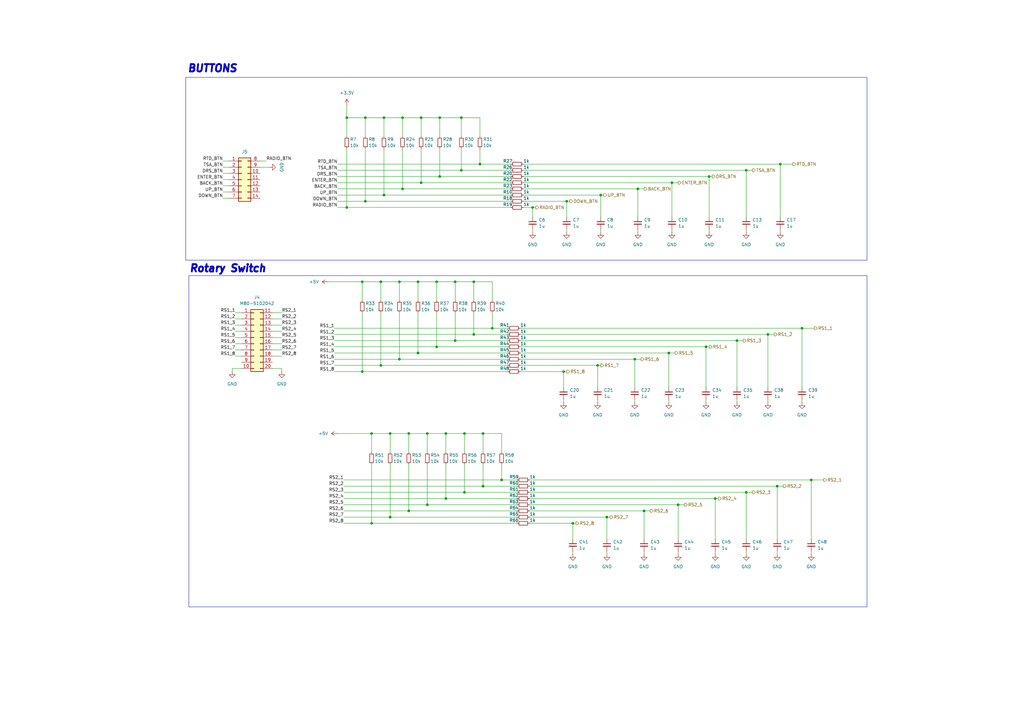
<source format=kicad_sch>
(kicad_sch (version 20250114) (generator "eeschema") (generator_version "9.0")
  (paper "A3")
  (rectangle (start -128.27 -1.27) (end -58.42 102.87))
  (rectangle (start 76.2 31.75) (end 355.6 106.68))
  (rectangle (start 77.47 113.03) (end 355.6 248.92))
  (text "BUTTONS" (at 76.708 28.194 0) (effects (font (size 3 3) (thickness 2) (bold yes) (italic yes)) (justify left)))
  (text "To trash\n" (at -122.936 -3.048 0) (effects (font (size 1.27 1.27))))
  (text "Rotary Switch" (at 77.47 110.236 0) (effects (font (size 3 3) (thickness 2) (bold yes) (italic yes)) (justify left)))
  (junction (at 264.16 209.55))
  (junction (at 205.74 196.85))
  (junction (at 318.77 199.39))
  (junction (at 156.21 115.57))
  (junction (at 289.56 142.24))
  (junction (at -100.33 86.36))
  (junction (at 261.62 77.47))
  (junction (at 171.45 115.57))
  (junction (at 175.26 207.01))
  (junction (at 260.35 147.32))
  (junction (at 142.24 85.09))
  (junction (at 142.24 48.26))
  (junction (at 186.69 115.57))
  (junction (at 194.31 137.16))
  (junction (at 152.4 177.8))
  (junction (at 156.21 149.86))
  (junction (at 180.34 72.39))
  (junction (at 218.44 85.09))
  (junction (at 293.37 204.47))
  (junction (at 179.07 115.57))
  (junction (at 278.13 207.01))
  (junction (at 201.93 134.62))
  (junction (at 314.96 137.16))
  (junction (at 148.59 115.57))
  (junction (at 245.11 149.86))
  (junction (at 194.31 115.57))
  (junction (at 190.5 177.8))
  (junction (at 198.12 177.8))
  (junction (at 163.83 115.57))
  (junction (at 232.41 82.55))
  (junction (at 165.1 48.26))
  (junction (at 182.88 204.47))
  (junction (at 302.26 139.7))
  (junction (at 179.07 142.24))
  (junction (at 198.12 199.39))
  (junction (at 157.48 80.01))
  (junction (at -100.33 45.72))
  (junction (at 171.45 144.78))
  (junction (at 246.38 80.01))
  (junction (at 167.64 177.8))
  (junction (at 189.23 48.26))
  (junction (at -100.33 55.88))
  (junction (at 172.72 48.26))
  (junction (at -100.33 66.04))
  (junction (at -100.33 25.4))
  (junction (at 182.88 177.8))
  (junction (at 328.93 134.62))
  (junction (at 180.34 48.26))
  (junction (at 332.74 196.85))
  (junction (at 196.85 67.31))
  (junction (at 148.59 152.4))
  (junction (at 149.86 48.26))
  (junction (at 290.83 72.39))
  (junction (at 275.59 74.93))
  (junction (at 157.48 48.26))
  (junction (at 306.07 201.93))
  (junction (at 190.5 201.93))
  (junction (at 231.14 152.4))
  (junction (at 172.72 74.93))
  (junction (at -100.33 76.2))
  (junction (at 160.02 177.8))
  (junction (at 306.07 69.85))
  (junction (at 149.86 82.55))
  (junction (at 175.26 177.8))
  (junction (at 163.83 147.32))
  (junction (at 189.23 69.85))
  (junction (at 165.1 77.47))
  (junction (at 167.64 209.55))
  (junction (at 186.69 139.7))
  (junction (at 248.92 212.09))
  (junction (at 320.04 67.31))
  (junction (at 160.02 212.09))
  (junction (at 152.4 214.63))
  (junction (at 274.32 144.78))
  (junction (at -100.33 35.56))
  (junction (at 234.95 214.63))
  (wire (pts (xy 213.36 147.32) (xy 260.35 147.32)))
  (wire (pts (xy 275.59 74.93) (xy 278.13 74.93)))
  (wire (pts (xy 214.63 80.01) (xy 246.38 80.01)))
  (wire (pts (xy 149.86 82.55) (xy 209.55 82.55)))
  (wire (pts (xy 213.36 134.62) (xy 328.93 134.62)))
  (wire (pts (xy 106.68 66.04) (xy 109.22 66.04)))
  (wire (pts (xy 234.95 226.06) (xy 234.95 227.33)))
  (wire (pts (xy 157.48 48.26) (xy 165.1 48.26)))
  (wire (pts (xy 111.76 133.35) (xy 115.57 133.35)))
  (wire (pts (xy 137.16 152.4) (xy 148.59 152.4)))
  (wire (pts (xy 332.74 196.85) (xy 332.74 220.98)))
  (wire (pts (xy 328.93 163.83) (xy 328.93 165.1)))
  (wire (pts (xy 198.12 177.8) (xy 205.74 177.8)))
  (wire (pts (xy 289.56 163.83) (xy 289.56 165.1)))
  (wire (pts (xy 190.5 190.5) (xy 190.5 201.93)))
  (wire (pts (xy 198.12 199.39) (xy 212.09 199.39)))
  (wire (pts (xy 156.21 115.57) (xy 163.83 115.57)))
  (wire (pts (xy 201.93 134.62) (xy 208.28 134.62)))
  (wire (pts (xy 140.97 207.01) (xy 175.26 207.01)))
  (wire (pts (xy 190.5 201.93) (xy 212.09 201.93)))
  (wire (pts (xy 278.13 207.01) (xy 278.13 220.98)))
  (wire (pts (xy 180.34 60.96) (xy 180.34 72.39)))
  (wire (pts (xy 214.63 74.93) (xy 275.59 74.93)))
  (wire (pts (xy 190.5 177.8) (xy 198.12 177.8)))
  (wire (pts (xy 138.43 72.39) (xy 180.34 72.39)))
  (wire (pts (xy 264.16 209.55) (xy 266.7 209.55)))
  (wire (pts (xy 318.77 199.39) (xy 321.31 199.39)))
  (wire (pts (xy 328.93 134.62) (xy 334.01 134.62)))
  (wire (pts (xy 314.96 137.16) (xy 314.96 158.75)))
  (wire (pts (xy 175.26 177.8) (xy 182.88 177.8)))
  (wire (pts (xy 198.12 190.5) (xy 198.12 199.39)))
  (wire (pts (xy 289.56 142.24) (xy 290.83 142.24)))
  (wire (pts (xy 306.07 69.85) (xy 306.07 88.9)))
  (wire (pts (xy 96.52 133.35) (xy 99.06 133.35)))
  (wire (pts (xy 245.11 163.83) (xy 245.11 165.1)))
  (wire (pts (xy 306.07 226.06) (xy 306.07 227.33)))
  (wire (pts (xy 157.48 60.96) (xy 157.48 80.01)))
  (wire (pts (xy 186.69 115.57) (xy 186.69 123.19)))
  (wire (pts (xy 96.52 146.05) (xy 99.06 146.05)))
  (wire (pts (xy 274.32 163.83) (xy 274.32 165.1)))
  (wire (pts (xy 106.68 68.58) (xy 110.49 68.58)))
  (wire (pts (xy 96.52 135.89) (xy 99.06 135.89)))
  (wire (pts (xy 138.43 85.09) (xy 142.24 85.09)))
  (wire (pts (xy 278.13 226.06) (xy 278.13 227.33)))
  (wire (pts (xy 111.76 138.43) (xy 115.57 138.43)))
  (wire (pts (xy 289.56 142.24) (xy 289.56 158.75)))
  (wire (pts (xy 314.96 163.83) (xy 314.96 165.1)))
  (wire (pts (xy 175.26 207.01) (xy 212.09 207.01)))
  (wire (pts (xy -107.95 55.88) (xy -100.33 55.88)))
  (wire (pts (xy 96.52 128.27) (xy 99.06 128.27)))
  (wire (pts (xy 96.52 140.97) (xy 99.06 140.97)))
  (wire (pts (xy 163.83 128.27) (xy 163.83 147.32)))
  (wire (pts (xy 148.59 128.27) (xy 148.59 152.4)))
  (wire (pts (xy -100.33 45.72) (xy -100.33 55.88)))
  (wire (pts (xy 246.38 80.01) (xy 246.38 88.9)))
  (wire (pts (xy 232.41 93.98) (xy 232.41 95.25)))
  (wire (pts (xy 180.34 48.26) (xy 189.23 48.26)))
  (wire (pts (xy 189.23 48.26) (xy 189.23 55.88)))
  (wire (pts (xy 140.97 204.47) (xy 182.88 204.47)))
  (wire (pts (xy -87.63 45.72) (xy -86.36 45.72)))
  (wire (pts (xy 332.74 196.85) (xy 337.82 196.85)))
  (wire (pts (xy 205.74 177.8) (xy 205.74 185.42)))
  (wire (pts (xy 142.24 43.18) (xy 142.24 48.26)))
  (wire (pts (xy 214.63 85.09) (xy 218.44 85.09)))
  (wire (pts (xy 318.77 199.39) (xy 318.77 220.98)))
  (wire (pts (xy 138.43 82.55) (xy 149.86 82.55)))
  (wire (pts (xy 217.17 212.09) (xy 248.92 212.09)))
  (wire (pts (xy 201.93 115.57) (xy 201.93 123.19)))
  (wire (pts (xy -100.33 25.4) (xy -100.33 35.56)))
  (wire (pts (xy 160.02 177.8) (xy 160.02 185.42)))
  (wire (pts (xy 167.64 190.5) (xy 167.64 209.55)))
  (wire (pts (xy 137.16 137.16) (xy 194.31 137.16)))
  (wire (pts (xy -87.63 55.88) (xy -86.36 55.88)))
  (wire (pts (xy 190.5 177.8) (xy 190.5 185.42)))
  (wire (pts (xy 293.37 204.47) (xy 294.64 204.47)))
  (wire (pts (xy 171.45 115.57) (xy 171.45 123.19)))
  (wire (pts (xy -100.33 35.56) (xy -100.33 45.72)))
  (wire (pts (xy 201.93 128.27) (xy 201.93 134.62)))
  (wire (pts (xy 231.14 152.4) (xy 232.41 152.4)))
  (wire (pts (xy 149.86 48.26) (xy 149.86 55.88)))
  (wire (pts (xy 205.74 196.85) (xy 212.09 196.85)))
  (wire (pts (xy 217.17 214.63) (xy 234.95 214.63)))
  (wire (pts (xy -87.63 86.36) (xy -86.36 86.36)))
  (wire (pts (xy -100.33 66.04) (xy -100.33 76.2)))
  (wire (pts (xy 165.1 77.47) (xy 209.55 77.47)))
  (wire (pts (xy 186.69 139.7) (xy 208.28 139.7)))
  (wire (pts (xy -97.79 76.2) (xy -100.33 76.2)))
  (wire (pts (xy 306.07 201.93) (xy 308.61 201.93)))
  (wire (pts (xy 232.41 82.55) (xy 233.68 82.55)))
  (wire (pts (xy 172.72 48.26) (xy 172.72 55.88)))
  (wire (pts (xy 171.45 144.78) (xy 208.28 144.78)))
  (wire (pts (xy 320.04 67.31) (xy 325.12 67.31)))
  (wire (pts (xy 152.4 177.8) (xy 152.4 185.42)))
  (wire (pts (xy 275.59 74.93) (xy 275.59 88.9)))
  (wire (pts (xy 182.88 190.5) (xy 182.88 204.47)))
  (wire (pts (xy 175.26 190.5) (xy 175.26 207.01)))
  (wire (pts (xy 137.16 142.24) (xy 179.07 142.24)))
  (wire (pts (xy 115.57 152.4) (xy 115.57 151.13)))
  (wire (pts (xy 194.31 128.27) (xy 194.31 137.16)))
  (wire (pts (xy 138.43 69.85) (xy 189.23 69.85)))
  (wire (pts (xy 217.17 201.93) (xy 306.07 201.93)))
  (wire (pts (xy 245.11 149.86) (xy 246.38 149.86)))
  (wire (pts (xy 214.63 69.85) (xy 306.07 69.85)))
  (wire (pts (xy 214.63 77.47) (xy 261.62 77.47)))
  (wire (pts (xy 179.07 142.24) (xy 208.28 142.24)))
  (wire (pts (xy 234.95 214.63) (xy 236.22 214.63)))
  (wire (pts (xy 213.36 139.7) (xy 302.26 139.7)))
  (wire (pts (xy -97.79 96.52) (xy -100.33 96.52)))
  (wire (pts (xy 111.76 151.13) (xy 115.57 151.13)))
  (wire (pts (xy 111.76 140.97) (xy 115.57 140.97)))
  (wire (pts (xy 179.07 128.27) (xy 179.07 142.24)))
  (wire (pts (xy 138.43 80.01) (xy 157.48 80.01)))
  (wire (pts (xy 140.97 209.55) (xy 167.64 209.55)))
  (wire (pts (xy 165.1 48.26) (xy 165.1 55.88)))
  (wire (pts (xy 96.52 143.51) (xy 99.06 143.51)))
  (wire (pts (xy -87.63 35.56) (xy -86.36 35.56)))
  (wire (pts (xy 152.4 177.8) (xy 160.02 177.8)))
  (wire (pts (xy 91.44 68.58) (xy 93.98 68.58)))
  (wire (pts (xy 171.45 128.27) (xy 171.45 144.78)))
  (wire (pts (xy 149.86 48.26) (xy 142.24 48.26)))
  (wire (pts (xy 156.21 149.86) (xy 208.28 149.86)))
  (wire (pts (xy 182.88 177.8) (xy 182.88 185.42)))
  (wire (pts (xy 95.25 152.4) (xy 95.25 151.13)))
  (wire (pts (xy 274.32 144.78) (xy 274.32 158.75)))
  (wire (pts (xy 179.07 115.57) (xy 179.07 123.19)))
  (wire (pts (xy 96.52 130.81) (xy 99.06 130.81)))
  (wire (pts (xy 217.17 199.39) (xy 318.77 199.39)))
  (wire (pts (xy 332.74 226.06) (xy 332.74 227.33)))
  (wire (pts (xy 328.93 134.62) (xy 328.93 158.75)))
  (wire (pts (xy 91.44 76.2) (xy 93.98 76.2)))
  (wire (pts (xy -100.33 45.72) (xy -97.79 45.72)))
  (wire (pts (xy 91.44 73.66) (xy 93.98 73.66)))
  (wire (pts (xy 318.77 226.06) (xy 318.77 227.33)))
  (wire (pts (xy 111.76 130.81) (xy 115.57 130.81)))
  (wire (pts (xy 217.17 207.01) (xy 278.13 207.01)))
  (wire (pts (xy 320.04 93.98) (xy 320.04 95.25)))
  (wire (pts (xy 196.85 67.31) (xy 209.55 67.31)))
  (wire (pts (xy -87.63 15.24) (xy -86.36 15.24)))
  (wire (pts (xy 261.62 93.98) (xy 261.62 95.25)))
  (wire (pts (xy 91.44 78.74) (xy 93.98 78.74)))
  (wire (pts (xy 194.31 115.57) (xy 194.31 123.19)))
  (wire (pts (xy 314.96 137.16) (xy 317.5 137.16)))
  (wire (pts (xy 196.85 48.26) (xy 196.85 55.88)))
  (wire (pts (xy -97.79 35.56) (xy -100.33 35.56)))
  (wire (pts (xy 182.88 177.8) (xy 190.5 177.8)))
  (wire (pts (xy 306.07 69.85) (xy 308.61 69.85)))
  (wire (pts (xy 246.38 80.01) (xy 247.65 80.01)))
  (wire (pts (xy 260.35 147.32) (xy 262.89 147.32)))
  (wire (pts (xy 198.12 177.8) (xy 198.12 185.42)))
  (wire (pts (xy 231.14 152.4) (xy 231.14 158.75)))
  (wire (pts (xy 167.64 177.8) (xy 167.64 185.42)))
  (wire (pts (xy 293.37 204.47) (xy 293.37 220.98)))
  (wire (pts (xy 217.17 209.55) (xy 264.16 209.55)))
  (wire (pts (xy 175.26 177.8) (xy 175.26 185.42)))
  (wire (pts (xy 142.24 60.96) (xy 142.24 85.09)))
  (wire (pts (xy 111.76 128.27) (xy 115.57 128.27)))
  (wire (pts (xy 157.48 80.01) (xy 209.55 80.01)))
  (wire (pts (xy 95.25 151.13) (xy 99.06 151.13)))
  (wire (pts (xy 149.86 60.96) (xy 149.86 82.55)))
  (wire (pts (xy 302.26 163.83) (xy 302.26 165.1)))
  (wire (pts (xy 245.11 149.86) (xy 245.11 158.75)))
  (wire (pts (xy 111.76 135.89) (xy 115.57 135.89)))
  (wire (pts (xy -100.33 55.88) (xy -100.33 66.04)))
  (wire (pts (xy 156.21 115.57) (xy 156.21 123.19)))
  (wire (pts (xy 137.16 139.7) (xy 186.69 139.7)))
  (wire (pts (xy 134.62 115.57) (xy 148.59 115.57)))
  (wire (pts (xy 196.85 60.96) (xy 196.85 67.31)))
  (wire (pts (xy 149.86 48.26) (xy 157.48 48.26)))
  (wire (pts (xy 140.97 201.93) (xy 190.5 201.93)))
  (wire (pts (xy 138.43 67.31) (xy 196.85 67.31)))
  (wire (pts (xy -100.33 76.2) (xy -100.33 86.36)))
  (wire (pts (xy 91.44 71.12) (xy 93.98 71.12)))
  (wire (pts (xy 217.17 204.47) (xy 293.37 204.47)))
  (wire (pts (xy 290.83 93.98) (xy 290.83 95.25)))
  (wire (pts (xy 278.13 207.01) (xy 280.67 207.01)))
  (wire (pts (xy 189.23 48.26) (xy 196.85 48.26)))
  (wire (pts (xy 186.69 128.27) (xy 186.69 139.7)))
  (wire (pts (xy 137.16 144.78) (xy 171.45 144.78)))
  (wire (pts (xy 232.41 82.55) (xy 232.41 88.9)))
  (wire (pts (xy 172.72 60.96) (xy 172.72 74.93)))
  (wire (pts (xy 217.17 196.85) (xy 332.74 196.85)))
  (wire (pts (xy 218.44 93.98) (xy 218.44 95.25)))
  (wire (pts (xy 137.16 134.62) (xy 201.93 134.62)))
  (wire (pts (xy 182.88 204.47) (xy 212.09 204.47)))
  (wire (pts (xy 163.83 115.57) (xy 171.45 115.57)))
  (wire (pts (xy 148.59 152.4) (xy 208.28 152.4)))
  (wire (pts (xy 96.52 138.43) (xy 99.06 138.43)))
  (wire (pts (xy 163.83 147.32) (xy 208.28 147.32)))
  (wire (pts (xy 171.45 115.57) (xy 179.07 115.57)))
  (wire (pts (xy 260.35 147.32) (xy 260.35 158.75)))
  (wire (pts (xy -97.79 86.36) (xy -100.33 86.36)))
  (wire (pts (xy 165.1 60.96) (xy 165.1 77.47)))
  (wire (pts (xy 213.36 152.4) (xy 231.14 152.4)))
  (wire (pts (xy 248.92 212.09) (xy 248.92 220.98)))
  (wire (pts (xy 234.95 214.63) (xy 234.95 220.98)))
  (wire (pts (xy -87.63 66.04) (xy -86.36 66.04)))
  (wire (pts (xy -87.63 25.4) (xy -86.36 25.4)))
  (wire (pts (xy 189.23 69.85) (xy 209.55 69.85)))
  (wire (pts (xy 167.64 209.55) (xy 212.09 209.55)))
  (wire (pts (xy 172.72 74.93) (xy 209.55 74.93)))
  (wire (pts (xy -97.79 55.88) (xy -100.33 55.88)))
  (wire (pts (xy -100.33 15.24) (xy -100.33 25.4)))
  (wire (pts (xy 138.43 74.93) (xy 172.72 74.93)))
  (wire (pts (xy 214.63 82.55) (xy 232.41 82.55)))
  (wire (pts (xy -100.33 86.36) (xy -100.33 96.52)))
  (wire (pts (xy 261.62 77.47) (xy 261.62 88.9)))
  (wire (pts (xy 137.16 147.32) (xy 163.83 147.32)))
  (wire (pts (xy 302.26 139.7) (xy 302.26 158.75)))
  (wire (pts (xy 140.97 199.39) (xy 198.12 199.39)))
  (wire (pts (xy 214.63 72.39) (xy 290.83 72.39)))
  (wire (pts (xy 140.97 196.85) (xy 205.74 196.85)))
  (wire (pts (xy 160.02 190.5) (xy 160.02 212.09)))
  (wire (pts (xy 320.04 67.31) (xy 320.04 88.9)))
  (wire (pts (xy 194.31 137.16) (xy 208.28 137.16)))
  (wire (pts (xy 213.36 142.24) (xy 289.56 142.24)))
  (wire (pts (xy 189.23 60.96) (xy 189.23 69.85)))
  (wire (pts (xy 142.24 48.26) (xy 142.24 55.88)))
  (wire (pts (xy 213.36 144.78) (xy 274.32 144.78)))
  (wire (pts (xy -97.79 66.04) (xy -100.33 66.04)))
  (wire (pts (xy 261.62 77.47) (xy 264.16 77.47)))
  (wire (pts (xy 137.16 149.86) (xy 156.21 149.86)))
  (wire (pts (xy -97.79 15.24) (xy -100.33 15.24)))
  (wire (pts (xy 293.37 226.06) (xy 293.37 227.33)))
  (wire (pts (xy 248.92 226.06) (xy 248.92 227.33)))
  (wire (pts (xy 264.16 226.06) (xy 264.16 227.33)))
  (wire (pts (xy 194.31 115.57) (xy 201.93 115.57)))
  (wire (pts (xy 148.59 115.57) (xy 148.59 123.19)))
  (wire (pts (xy 165.1 48.26) (xy 172.72 48.26)))
  (wire (pts (xy -87.63 76.2) (xy -86.36 76.2)))
  (wire (pts (xy 274.32 144.78) (xy 276.86 144.78)))
  (wire (pts (xy 218.44 88.9) (xy 218.44 85.09)))
  (wire (pts (xy 213.36 137.16) (xy 314.96 137.16)))
  (wire (pts (xy 138.43 77.47) (xy 165.1 77.47)))
  (wire (pts (xy 172.72 48.26) (xy 180.34 48.26)))
  (wire (pts (xy 302.26 139.7) (xy 304.8 139.7)))
  (wire (pts (xy 160.02 212.09) (xy 212.09 212.09)))
  (wire (pts (xy 142.24 85.09) (xy 209.55 85.09)))
  (wire (pts (xy 218.44 85.09) (xy 219.71 85.09)))
  (wire (pts (xy 163.83 115.57) (xy 163.83 123.19)))
  (wire (pts (xy 306.07 93.98) (xy 306.07 95.25)))
  (wire (pts (xy 160.02 177.8) (xy 167.64 177.8)))
  (wire (pts (xy -97.79 25.4) (xy -100.33 25.4)))
  (wire (pts (xy 186.69 115.57) (xy 194.31 115.57)))
  (wire (pts (xy 290.83 72.39) (xy 290.83 88.9)))
  (wire (pts (xy 290.83 72.39) (xy 292.1 72.39)))
  (wire (pts (xy 156.21 128.27) (xy 156.21 149.86)))
  (wire (pts (xy 140.97 212.09) (xy 160.02 212.09)))
  (wire (pts (xy 91.44 81.28) (xy 93.98 81.28)))
  (wire (pts (xy 213.36 149.86) (xy 245.11 149.86)))
  (wire (pts (xy 180.34 48.26) (xy 180.34 55.88)))
  (wire (pts (xy 214.63 67.31) (xy 320.04 67.31)))
  (wire (pts (xy 138.43 177.8) (xy 152.4 177.8)))
  (wire (pts (xy 152.4 214.63) (xy 212.09 214.63)))
  (wire (pts (xy 157.48 48.26) (xy 157.48 55.88)))
  (wire (pts (xy 111.76 143.51) (xy 115.57 143.51)))
  (wire (pts (xy 231.14 163.83) (xy 231.14 165.1)))
  (wire (pts (xy 246.38 93.98) (xy 246.38 95.25)))
  (wire (pts (xy 167.64 177.8) (xy 175.26 177.8)))
  (wire (pts (xy 111.76 146.05) (xy 115.57 146.05)))
  (wire (pts (xy 180.34 72.39) (xy 209.55 72.39)))
  (wire (pts (xy 260.35 163.83) (xy 260.35 165.1)))
  (wire (pts (xy 306.07 201.93) (xy 306.07 220.98)))
  (wire (pts (xy -87.63 96.52) (xy -86.36 96.52)))
  (wire (pts (xy 248.92 212.09) (xy 250.19 212.09)))
  (wire (pts (xy 148.59 115.57) (xy 156.21 115.57)))
  (wire (pts (xy 179.07 115.57) (xy 186.69 115.57)))
  (wire (pts (xy 275.59 93.98) (xy 275.59 95.25)))
  (wire (pts (xy 264.16 209.55) (xy 264.16 220.98)))
  (wire (pts (xy 205.74 190.5) (xy 205.74 196.85)))
  (wire (pts (xy 91.44 66.04) (xy 93.98 66.04)))
  (wire (pts (xy 140.97 214.63) (xy 152.4 214.63)))
  (wire (pts (xy 152.4 190.5) (xy 152.4 214.63)))
  (label "RS2_4" (at 140.97 204.47 180))
  (label "RS1_7" (at 96.52 143.51 180))
  (label "TSA_BTN" (at -86.36 25.4 0))
  (label "RS2_3" (at 140.97 201.93 180))
  (label "DOWN_BTN" (at 138.43 82.55 180))
  (label "DRS_BTN" (at 91.44 71.12 180))
  (label "UP_BTN" (at -86.36 76.2 0))
  (label "RS1_2" (at 96.52 130.81 180))
  (label "RADIO_BTN" (at 109.22 66.04 0))
  (label "RS2_2" (at 140.97 199.39 180))
  (label "RS1_1" (at 96.52 128.27 180))
  (label "RS1_3" (at 96.52 133.35 180))
  (label "RS1_8" (at 137.16 152.4 180))
  (label "RTD_BTN" (at 91.44 66.04 180))
  (label "RS2_7" (at 140.97 212.09 180))
  (label "RS2_2" (at 115.57 130.81 0))
  (label "RS2_7" (at 115.57 143.51 0))
  (label "DRS_BTN" (at -86.36 45.72 0))
  (label "DRS_BTN" (at 138.43 72.39 180))
  (label "DOWN_BTN" (at -86.36 86.36 0))
  (label "RS2_3" (at 115.57 133.35 0))
  (label "TSA_BTN" (at 138.43 69.85 180))
  (label "RS2_6" (at 140.97 209.55 180))
  (label "CS_BTN" (at -86.36 35.56 0))
  (label "RTD_BTN" (at -86.36 15.24 0))
  (label "RS1_5" (at 137.16 144.78 180))
  (label "RS2_5" (at 115.57 138.43 0))
  (label "RS1_2" (at 137.16 137.16 180))
  (label "RS2_1" (at 115.57 128.27 0))
  (label "BACK_BTN" (at -86.36 66.04 0))
  (label "RS1_5" (at 96.52 138.43 180))
  (label "RADIO_BTN" (at -86.36 96.52 0))
  (label "RS1_1" (at 137.16 134.62 180))
  (label "RS2_5" (at 140.97 207.01 180))
  (label "UP_BTN" (at 138.43 80.01 180))
  (label "RADIO_BTN" (at 138.43 85.09 180))
  (label "RS1_4" (at 137.16 142.24 180))
  (label "RTD_BTN" (at 138.43 67.31 180))
  (label "RS1_7" (at 137.16 149.86 180))
  (label "RS1_6" (at 96.52 140.97 180))
  (label "RS2_8" (at 140.97 214.63 180))
  (label "RS1_3" (at 137.16 139.7 180))
  (label "ENTER_BTN" (at 91.44 73.66 180))
  (label "RS1_4" (at 96.52 135.89 180))
  (label "RS2_8" (at 115.57 146.05 0))
  (label "UP_BTN" (at 91.44 78.74 180))
  (label "RS2_4" (at 115.57 135.89 0))
  (label "RS1_8" (at 96.52 146.05 180))
  (label "RS1_6" (at 137.16 147.32 180))
  (label "DOWN_BTN" (at 91.44 81.28 180))
  (label "BACK_BTN" (at 138.43 77.47 180))
  (label "ENTER_BTN" (at -86.36 55.88 0))
  (label "ENTER_BTN" (at 138.43 74.93 180))
  (label "TSA_BTN" (at 91.44 68.58 180))
  (label "RS2_1" (at 140.97 196.85 180))
  (label "RS2_6" (at 115.57 140.97 0))
  (label "BACK_BTN" (at 91.44 76.2 180))
  (hierarchical_label "RS1_5" (shape output) (at 276.86 144.78 0))
  (hierarchical_label "RS1_2" (shape output) (at 317.5 137.16 0))
  (hierarchical_label "BACK_BTN" (shape output) (at 264.16 77.47 0))
  (hierarchical_label "RS1_1" (shape output) (at 334.01 134.62 0))
  (hierarchical_label "RS2_2" (shape output) (at 321.31 199.39 0))
  (hierarchical_label "RS2_8" (shape output) (at 236.22 214.63 0))
  (hierarchical_label "RS2_4" (shape output) (at 294.64 204.47 0))
  (hierarchical_label "DOWN_BTN" (shape output) (at 233.68 82.55 0))
  (hierarchical_label "DRS_BTN" (shape output) (at 292.1 72.39 0))
  (hierarchical_label "RS2_7" (shape output) (at 250.19 212.09 0))
  (hierarchical_label "RADIO_BTN" (shape output) (at 219.71 85.09 0))
  (hierarchical_label "RS1_3" (shape output) (at 304.8 139.7 0))
  (hierarchical_label "UP_BTN" (shape output) (at 247.65 80.01 0))
  (hierarchical_label "RTD_BTN" (shape output) (at 325.12 67.31 0))
  (hierarchical_label "RS1_8" (shape output) (at 232.41 152.4 0))
  (hierarchical_label "RS1_7" (shape output) (at 246.38 149.86 0))
  (hierarchical_label "RS1_6" (shape output) (at 262.89 147.32 0))
  (hierarchical_label "RS2_3" (shape output) (at 308.61 201.93 0))
  (hierarchical_label "RS2_6" (shape output) (at 266.7 209.55 0))
  (hierarchical_label "RS1_4" (shape output) (at 290.83 142.24 0))
  (hierarchical_label "ENTER_BTN" (shape output) (at 278.13 74.93 0))
  (hierarchical_label "RS2_1" (shape output) (at 337.82 196.85 0))
  (hierarchical_label "RS2_5" (shape output) (at 280.67 207.01 0))
  (hierarchical_label "TSA_BTN" (shape output) (at 308.61 69.85 0))
  (symbol (lib_id "Device:R_Small") (at 210.82 137.16 270) (unit 1)
    (property "Reference" "R42" (at 207.01 135.89 90))
    (property "Value" "1k" (at 214.63 135.89 90))
    (property "Footprint" "Resistor_SMD:R_0603_1608Metric" (effects (hide yes)))
  )
  (symbol (lib_id "Device:R_Small") (at 210.82 147.32 270) (unit 1)
    (property "Reference" "R46" (at 207.01 146.05 90))
    (property "Value" "1k" (at 214.63 146.05 90))
    (property "Footprint" "Resistor_SMD:R_0603_1608Metric" (effects (hide yes)))
  )
  (symbol (lib_id "Device:R_Small") (at 212.09 74.93 270) (unit 1)
    (property "Reference" "R22" (at 208.28 73.66 90))
    (property "Value" "1k" (at 215.9 73.66 90))
    (property "Footprint" "Resistor_SMD:R_0603_1608Metric" (effects (hide yes)))
  )
  (symbol (lib_id "power:GND") (at 234.95 227.33 0) (unit 1)
    (property "Reference" "#PWR057" (effects (hide yes)))
    (property "Value" "GND" (at 234.95 232.41 0))
    (property "Description" "Power symbol creates a global label with name \"GND\" , ground" (effects (hide yes)))
  )
  (symbol (lib_id "Device:C_Small") (at 261.62 91.44 0) (unit 1)
    (property "Reference" "C9" (at 264.16 90.1763 0) (effects (justify left)))
    (property "Value" "1u" (at 264.16 92.7163 0) (effects (justify left)))
    (property "Footprint" "Capacitor_SMD:C_0603_1608Metric" (effects (hide yes)))
  )
  (symbol (lib_id "Switch:SW_MEC_5G") (at -92.71 66.04 0) (unit 1)
    (property "Reference" "SW6" (at -92.71 58.42 0))
    (property "Value" "BACK" (at -92.71 60.96 0))
    (property "Datasheet" "http://www.apem.com/int/index.php?controller=attachment&id_attachment=488" (effects (hide yes)))
    (property "Description" "MEC 5G single pole normally-open tactile switch" (effects (hide yes)))
  )
  (symbol (lib_id "Device:R_Small") (at 172.72 58.42 0) (mirror y) (unit 1)
    (property "Reference" "R25" (at 173.99 57.15 0) (effects (justify right)))
    (property "Value" "10k" (at 173.99 59.69 0) (effects (justify right)))
    (property "Footprint" "Resistor_SMD:R_0603_1608Metric" (effects (hide yes)))
  )
  (symbol (lib_id "Device:R_Small") (at 149.86 58.42 0) (mirror y) (unit 1)
    (property "Reference" "R8" (at 151.13 57.15 0) (effects (justify right)))
    (property "Value" "10k" (at 151.13 59.69 0) (effects (justify right)))
    (property "Footprint" "Resistor_SMD:R_0603_1608Metric" (effects (hide yes)))
  )
  (symbol (lib_id "Device:R_Small") (at 148.59 125.73 0) (mirror y) (unit 1)
    (property "Reference" "R33" (at 149.86 124.46 0) (effects (justify right)))
    (property "Value" "10k" (at 149.86 127 0) (effects (justify right)))
    (property "Footprint" "Resistor_SMD:R_0603_1608Metric" (effects (hide yes)))
  )
  (symbol (lib_id "Device:R_Small") (at 210.82 149.86 270) (unit 1)
    (property "Reference" "R47" (at 207.01 148.59 90))
    (property "Value" "1k" (at 214.63 148.59 90))
    (property "Footprint" "Resistor_SMD:R_0603_1608Metric" (effects (hide yes)))
  )
  (symbol (lib_id "Device:C_Small") (at 245.11 161.29 0) (unit 1)
    (property "Reference" "C21" (at 247.65 160.0263 0) (effects (justify left)))
    (property "Value" "1u" (at 247.65 162.5663 0) (effects (justify left)))
    (property "Footprint" "Capacitor_SMD:C_0603_1608Metric" (effects (hide yes)))
  )
  (symbol (lib_id "power:GND") (at 314.96 165.1 0) (unit 1)
    (property "Reference" "#PWR053" (effects (hide yes)))
    (property "Value" "GND" (at 314.96 170.18 0))
    (property "Description" "Power symbol creates a global label with name \"GND\" , ground" (effects (hide yes)))
  )
  (symbol (lib_id "Device:R_Small") (at 210.82 142.24 270) (unit 1)
    (property "Reference" "R44" (at 207.01 140.97 90))
    (property "Value" "1k" (at 214.63 140.97 90))
    (property "Footprint" "Resistor_SMD:R_0603_1608Metric" (effects (hide yes)))
  )
  (symbol (lib_id "Harwin:M80-5102042") (at 105.41 139.7 0) (unit 1)
    (property "Reference" "J4" (at 105.41 121.92 0))
    (property "Value" "M80-5102042" (at 105.41 124.46 0))
    (property "Footprint" "Samacsys:M80-51020YY" (effects (hide yes)))
    (property "Datasheet" "https://cdn.harwin.com/pdfs/M80-510.pdf" (effects (hide yes)))
    (property "Description" "HARWIN - M80-5102042 - Wire-To-Board Connector, Dual in Line, Datamate J-Tek M80-5 Series, Through Hole, Plug, 20, 2 mm" (effects (hide yes)))
    (property "Mouser Part Number" "855-M80-5102042" (effects (hide yes)))
    (property "Mouser Price/Stock" "https://www.mouser.co.uk/ProductDetail/Harwin/M80-5102042?qs=7jyBjEprRBhduGYjPo%2FT1A%3D%3D" (effects (hide yes)))
    (property "Manufacturer_Name" "Harwin" (effects (hide yes)))
    (property "Manufacturer_Part_Number" "M80-5102042" (effects (hide yes)))
  )
  (symbol (lib_id "power:+5V") (at 138.43 177.8 90) (unit 1)
    (property "Reference" "#PWR055" (effects (hide yes)))
    (property "Value" "+5V" (at 134.62 177.7999 90) (effects (justify left)))
    (property "Description" "Power symbol creates a global label with name \"+5V\"" (effects (hide yes)))
  )
  (symbol (lib_id "Device:C_Small") (at 328.93 161.29 0) (unit 1)
    (property "Reference" "C39" (at 331.47 160.0263 0) (effects (justify left)))
    (property "Value" "1u" (at 331.47 162.5663 0) (effects (justify left)))
    (property "Footprint" "Capacitor_SMD:C_0603_1608Metric" (effects (hide yes)))
  )
  (symbol (lib_id "Device:C_Small") (at 260.35 161.29 0) (unit 1)
    (property "Reference" "C22" (at 262.89 160.0263 0) (effects (justify left)))
    (property "Value" "1u" (at 262.89 162.5663 0) (effects (justify left)))
    (property "Footprint" "Capacitor_SMD:C_0603_1608Metric" (effects (hide yes)))
  )
  (symbol (lib_id "power:GND") (at 332.74 227.33 0) (unit 1)
    (property "Reference" "#PWR064" (effects (hide yes)))
    (property "Value" "GND" (at 332.74 232.41 0))
    (property "Description" "Power symbol creates a global label with name \"GND\" , ground" (effects (hide yes)))
  )
  (symbol (lib_id "Device:R_Small") (at 163.83 125.73 0) (mirror y) (unit 1)
    (property "Reference" "R35" (at 165.1 124.46 0) (effects (justify right)))
    (property "Value" "10k" (at 165.1 127 0) (effects (justify right)))
    (property "Footprint" "Resistor_SMD:R_0603_1608Metric" (effects (hide yes)))
  )
  (symbol (lib_id "Device:R_Small") (at 201.93 125.73 0) (mirror y) (unit 1)
    (property "Reference" "R40" (at 203.2 124.46 0) (effects (justify right)))
    (property "Value" "10k" (at 203.2 127 0) (effects (justify right)))
    (property "Footprint" "Resistor_SMD:R_0603_1608Metric" (effects (hide yes)))
  )
  (symbol (lib_id "power:GND") (at 306.07 227.33 0) (unit 1)
    (property "Reference" "#PWR062" (effects (hide yes)))
    (property "Value" "GND" (at 306.07 232.41 0))
    (property "Description" "Power symbol creates a global label with name \"GND\" , ground" (effects (hide yes)))
  )
  (symbol (lib_id "Device:R_Small") (at 167.64 187.96 0) (mirror y) (unit 1)
    (property "Reference" "R53" (at 168.91 186.69 0) (effects (justify right)))
    (property "Value" "10k" (at 168.91 189.23 0) (effects (justify right)))
    (property "Footprint" "Resistor_SMD:R_0603_1608Metric" (effects (hide yes)))
  )
  (symbol (lib_id "Device:R_Small") (at 190.5 187.96 0) (mirror y) (unit 1)
    (property "Reference" "R56" (at 191.77 186.69 0) (effects (justify right)))
    (property "Value" "10k" (at 191.77 189.23 0) (effects (justify right)))
    (property "Footprint" "Resistor_SMD:R_0603_1608Metric" (effects (hide yes)))
  )
  (symbol (lib_id "Device:R_Small") (at 194.31 125.73 0) (mirror y) (unit 1)
    (property "Reference" "R39" (at 195.58 124.46 0) (effects (justify right)))
    (property "Value" "10k" (at 195.58 127 0) (effects (justify right)))
    (property "Footprint" "Resistor_SMD:R_0603_1608Metric" (effects (hide yes)))
  )
  (symbol (lib_id "Device:R_Small") (at 210.82 134.62 270) (unit 1)
    (property "Reference" "R41" (at 207.01 133.35 90))
    (property "Value" "1k" (at 214.63 133.35 90))
    (property "Footprint" "Resistor_SMD:R_0603_1608Metric" (effects (hide yes)))
  )
  (symbol (lib_id "Device:R_Small") (at 210.82 139.7 270) (unit 1)
    (property "Reference" "R43" (at 207.01 138.43 90))
    (property "Value" "1k" (at 214.63 138.43 90))
    (property "Footprint" "Resistor_SMD:R_0603_1608Metric" (effects (hide yes)))
  )
  (symbol (lib_id "power:GND") (at 95.25 152.4 0) (unit 1)
    (property "Reference" "#PWR044" (effects (hide yes)))
    (property "Value" "GND" (at 95.25 157.48 0))
    (property "Description" "Power symbol creates a global label with name \"GND\" , ground" (effects (hide yes)))
  )
  (symbol (lib_id "Device:C_Small") (at 314.96 161.29 0) (unit 1)
    (property "Reference" "C38" (at 317.5 160.0263 0) (effects (justify left)))
    (property "Value" "1u" (at 317.5 162.5663 0) (effects (justify left)))
    (property "Footprint" "Capacitor_SMD:C_0603_1608Metric" (effects (hide yes)))
  )
  (symbol (lib_id "Device:C_Small") (at 231.14 161.29 0) (unit 1)
    (property "Reference" "C20" (at 233.68 160.0263 0) (effects (justify left)))
    (property "Value" "1u" (at 233.68 162.5663 0) (effects (justify left)))
    (property "Footprint" "Capacitor_SMD:C_0603_1608Metric" (effects (hide yes)))
  )
  (symbol (lib_id "Device:C_Small") (at 320.04 91.44 0) (unit 1)
    (property "Reference" "C17" (at 322.58 90.1763 0) (effects (justify left)))
    (property "Value" "1u" (at 322.58 92.7163 0) (effects (justify left)))
    (property "Footprint" "Capacitor_SMD:C_0603_1608Metric" (effects (hide yes)))
  )
  (symbol (lib_id "Device:R_Small") (at 212.09 69.85 270) (unit 1)
    (property "Reference" "R26" (at 208.28 68.58 90))
    (property "Value" "1k" (at 215.9 68.58 90))
    (property "Footprint" "Resistor_SMD:R_0603_1608Metric" (effects (hide yes)))
  )
  (symbol (lib_id "Device:C_Small") (at 248.92 223.52 0) (unit 1)
    (property "Reference" "C42" (at 251.46 222.2563 0) (effects (justify left)))
    (property "Value" "1u" (at 251.46 224.7963 0) (effects (justify left)))
    (property "Footprint" "Capacitor_SMD:C_0603_1608Metric" (effects (hide yes)))
  )
  (symbol (lib_id "Device:R_Small") (at 196.85 58.42 0) (mirror y) (unit 1)
    (property "Reference" "R31" (at 198.12 57.15 0) (effects (justify right)))
    (property "Value" "10k" (at 198.12 59.69 0) (effects (justify right)))
    (property "Footprint" "Resistor_SMD:R_0603_1608Metric" (effects (hide yes)))
  )
  (symbol (lib_id "Device:R_Small") (at 214.63 204.47 270) (unit 1)
    (property "Reference" "R62" (at 210.82 203.2 90))
    (property "Value" "1k" (at 218.44 203.2 90))
    (property "Footprint" "Resistor_SMD:R_0603_1608Metric" (effects (hide yes)))
  )
  (symbol (lib_id "power:GND") (at 246.38 95.25 0) (unit 1)
    (property "Reference" "#PWR011" (effects (hide yes)))
    (property "Value" "GND" (at 246.38 100.33 0))
    (property "Description" "Power symbol creates a global label with name \"GND\" , ground" (effects (hide yes)))
  )
  (symbol (lib_id "power:GND") (at 302.26 165.1 0) (unit 1)
    (property "Reference" "#PWR052" (effects (hide yes)))
    (property "Value" "GND" (at 302.26 170.18 0))
    (property "Description" "Power symbol creates a global label with name \"GND\" , ground" (effects (hide yes)))
  )
  (symbol (lib_id "Device:R_Small") (at 214.63 214.63 90) (unit 1)
    (property "Reference" "R66" (at 210.82 213.36 90))
    (property "Value" "1k" (at 218.44 213.36 90))
    (property "Footprint" "Resistor_SMD:R_0603_1608Metric" (effects (hide yes)))
  )
  (symbol (lib_id "Device:R_Small") (at 142.24 58.42 0) (mirror y) (unit 1)
    (property "Reference" "R7" (at 143.51 57.15 0) (effects (justify right)))
    (property "Value" "10k" (at 143.51 59.69 0) (effects (justify right)))
    (property "Footprint" "Resistor_SMD:R_0603_1608Metric" (effects (hide yes)))
  )
  (symbol (lib_id "Device:C_Small") (at 218.44 91.44 0) (unit 1)
    (property "Reference" "C6" (at 220.98 90.1763 0) (effects (justify left)))
    (property "Value" "1u" (at 220.98 92.7163 0) (effects (justify left)))
    (property "Footprint" "Capacitor_SMD:C_0603_1608Metric" (effects (hide yes)))
  )
  (symbol (lib_id "Device:R_Small") (at 205.74 187.96 0) (mirror y) (unit 1)
    (property "Reference" "R58" (at 207.01 186.69 0) (effects (justify right)))
    (property "Value" "10k" (at 207.01 189.23 0) (effects (justify right)))
    (property "Footprint" "Resistor_SMD:R_0603_1608Metric" (effects (hide yes)))
  )
  (symbol (lib_id "power:GND") (at 115.57 152.4 0) (unit 1)
    (property "Reference" "#PWR043" (effects (hide yes)))
    (property "Value" "GND" (at 115.57 157.48 0))
    (property "Description" "Power symbol creates a global label with name \"GND\" , ground" (effects (hide yes)))
  )
  (symbol (lib_id "power:GND") (at 232.41 95.25 0) (unit 1)
    (property "Reference" "#PWR09" (effects (hide yes)))
    (property "Value" "GND" (at 232.41 100.33 0))
    (property "Description" "Power symbol creates a global label with name \"GND\" , ground" (effects (hide yes)))
  )
  (symbol (lib_id "Device:C_Small") (at 234.95 223.52 0) (unit 1)
    (property "Reference" "C41" (at 237.49 222.2563 0) (effects (justify left)))
    (property "Value" "1u" (at 237.49 224.7963 0) (effects (justify left)))
    (property "Footprint" "Capacitor_SMD:C_0603_1608Metric" (effects (hide yes)))
  )
  (symbol (lib_id "power:GND") (at 278.13 227.33 0) (unit 1)
    (property "Reference" "#PWR060" (effects (hide yes)))
    (property "Value" "GND" (at 278.13 232.41 0))
    (property "Description" "Power symbol creates a global label with name \"GND\" , ground" (effects (hide yes)))
  )
  (symbol (lib_id "Switch:SW_MEC_5G") (at -92.71 35.56 0) (unit 1)
    (property "Reference" "SW3" (at -92.71 27.94 0))
    (property "Value" "CS" (at -92.71 30.48 0))
    (property "Datasheet" "http://www.apem.com/int/index.php?controller=attachment&id_attachment=488" (effects (hide yes)))
    (property "Description" "MEC 5G single pole normally-open tactile switch" (effects (hide yes)))
  )
  (symbol (lib_id "Device:R_Small") (at 179.07 125.73 0) (mirror y) (unit 1)
    (property "Reference" "R37" (at 180.34 124.46 0) (effects (justify right)))
    (property "Value" "10k" (at 180.34 127 0) (effects (justify right)))
    (property "Footprint" "Resistor_SMD:R_0603_1608Metric" (effects (hide yes)))
  )
  (symbol (lib_id "Device:R_Small") (at 214.63 209.55 270) (unit 1)
    (property "Reference" "R64" (at 210.82 208.28 90))
    (property "Value" "1k" (at 218.44 208.28 90))
    (property "Footprint" "Resistor_SMD:R_0603_1608Metric" (effects (hide yes)))
  )
  (symbol (lib_id "Device:C_Small") (at 246.38 91.44 0) (unit 1)
    (property "Reference" "C8" (at 248.92 90.1763 0) (effects (justify left)))
    (property "Value" "1u" (at 248.92 92.7163 0) (effects (justify left)))
    (property "Footprint" "Capacitor_SMD:C_0603_1608Metric" (effects (hide yes)))
  )
  (symbol (lib_id "power:GND") (at 264.16 227.33 0) (unit 1)
    (property "Reference" "#PWR059" (effects (hide yes)))
    (property "Value" "GND" (at 264.16 232.41 0))
    (property "Description" "Power symbol creates a global label with name \"GND\" , ground" (effects (hide yes)))
  )
  (symbol (lib_id "power:GND") (at 275.59 95.25 0) (unit 1)
    (property "Reference" "#PWR031" (effects (hide yes)))
    (property "Value" "GND" (at 275.59 100.33 0))
    (property "Description" "Power symbol creates a global label with name \"GND\" , ground" (effects (hide yes)))
  )
  (symbol (lib_id "power:GND") (at 293.37 227.33 0) (unit 1)
    (property "Reference" "#PWR061" (effects (hide yes)))
    (property "Value" "GND" (at 293.37 232.41 0))
    (property "Description" "Power symbol creates a global label with name \"GND\" , ground" (effects (hide yes)))
  )
  (symbol (lib_id "power:+5V") (at 134.62 115.57 90) (unit 1)
    (property "Reference" "#PWR045" (effects (hide yes)))
    (property "Value" "+5V" (at 130.81 115.5699 90) (effects (justify left)))
    (property "Description" "Power symbol creates a global label with name \"+5V\"" (effects (hide yes)))
  )
  (symbol (lib_id "power:GND") (at 320.04 95.25 0) (unit 1)
    (property "Reference" "#PWR041" (effects (hide yes)))
    (property "Value" "GND" (at 320.04 100.33 0))
    (property "Description" "Power symbol creates a global label with name \"GND\" , ground" (effects (hide yes)))
  )
  (symbol (lib_id "Device:R_Small") (at 212.09 77.47 270) (unit 1)
    (property "Reference" "R23" (at 208.28 76.2 90))
    (property "Value" "1k" (at 215.9 76.2 90))
    (property "Footprint" "Resistor_SMD:R_0603_1608Metric" (effects (hide yes)))
  )
  (symbol (lib_id "Device:C_Small") (at 332.74 223.52 0) (unit 1)
    (property "Reference" "C48" (at 335.28 222.2563 0) (effects (justify left)))
    (property "Value" "1u" (at 335.28 224.7963 0) (effects (justify left)))
    (property "Footprint" "Capacitor_SMD:C_0603_1608Metric" (effects (hide yes)))
  )
  (symbol (lib_id "Device:R_Small") (at 157.48 58.42 0) (mirror y) (unit 1)
    (property "Reference" "R9" (at 158.75 57.15 0) (effects (justify right)))
    (property "Value" "10k" (at 158.75 59.69 0) (effects (justify right)))
    (property "Footprint" "Resistor_SMD:R_0603_1608Metric" (effects (hide yes)))
  )
  (symbol (lib_id "Device:R_Small") (at 214.63 201.93 270) (unit 1)
    (property "Reference" "R61" (at 210.82 200.66 90))
    (property "Value" "1k" (at 218.44 200.66 90))
    (property "Footprint" "Resistor_SMD:R_0603_1608Metric" (effects (hide yes)))
  )
  (symbol (lib_id "Device:R_Small") (at 180.34 58.42 0) (mirror y) (unit 1)
    (property "Reference" "R28" (at 181.61 57.15 0) (effects (justify right)))
    (property "Value" "10k" (at 181.61 59.69 0) (effects (justify right)))
    (property "Footprint" "Resistor_SMD:R_0603_1608Metric" (effects (hide yes)))
  )
  (symbol (lib_id "Device:R_Small") (at 212.09 82.55 90) (unit 1)
    (property "Reference" "R18" (at 208.28 81.28 90))
    (property "Value" "1k" (at 215.9 81.28 90))
    (property "Footprint" "Resistor_SMD:R_0603_1608Metric" (effects (hide yes)))
  )
  (symbol (lib_id "Device:C_Small") (at 289.56 161.29 0) (unit 1)
    (property "Reference" "C34" (at 292.1 160.0263 0) (effects (justify left)))
    (property "Value" "1u" (at 292.1 162.5663 0) (effects (justify left)))
    (property "Footprint" "Capacitor_SMD:C_0603_1608Metric" (effects (hide yes)))
  )
  (symbol (lib_id "Device:C_Small") (at 274.32 161.29 0) (unit 1)
    (property "Reference" "C23" (at 276.86 160.0263 0) (effects (justify left)))
    (property "Value" "1u" (at 276.86 162.5663 0) (effects (justify left)))
    (property "Footprint" "Capacitor_SMD:C_0603_1608Metric" (effects (hide yes)))
  )
  (symbol (lib_id "Switch:SW_MEC_5G") (at -92.71 25.4 0) (unit 1)
    (property "Reference" "SW2" (at -92.71 17.78 0))
    (property "Value" "TSA" (at -92.71 20.32 0))
    (property "Datasheet" "http://www.apem.com/int/index.php?controller=attachment&id_attachment=488" (effects (hide yes)))
    (property "Description" "MEC 5G single pole normally-open tactile switch" (effects (hide yes)))
  )
  (symbol (lib_id "Switch:SW_MEC_5G") (at -92.71 45.72 0) (unit 1)
    (property "Reference" "SW4" (at -92.71 38.1 0))
    (property "Value" "DRS" (at -92.71 40.64 0))
    (property "Datasheet" "http://www.apem.com/int/index.php?controller=attachment&id_attachment=488" (effects (hide yes)))
    (property "Description" "MEC 5G single pole normally-open tactile switch" (effects (hide yes)))
  )
  (symbol (lib_id "Device:R_Small") (at 212.09 85.09 270) (unit 1)
    (property "Reference" "R19" (at 208.28 83.82 90))
    (property "Value" "1k" (at 215.9 83.82 90))
    (property "Footprint" "Resistor_SMD:R_0603_1608Metric" (effects (hide yes)))
  )
  (symbol (lib_id "power:GND") (at 328.93 165.1 0) (unit 1)
    (property "Reference" "#PWR054" (effects (hide yes)))
    (property "Value" "GND" (at 328.93 170.18 0))
    (property "Description" "Power symbol creates a global label with name \"GND\" , ground" (effects (hide yes)))
  )
  (symbol (lib_id "power:GND") (at 248.92 227.33 0) (unit 1)
    (property "Reference" "#PWR058" (effects (hide yes)))
    (property "Value" "GND" (at 248.92 232.41 0))
    (property "Description" "Power symbol creates a global label with name \"GND\" , ground" (effects (hide yes)))
  )
  (symbol (lib_id "Device:C_Small") (at 318.77 223.52 0) (unit 1)
    (property "Reference" "C47" (at 321.31 222.2563 0) (effects (justify left)))
    (property "Value" "1u" (at 321.31 224.7963 0) (effects (justify left)))
    (property "Footprint" "Capacitor_SMD:C_0603_1608Metric" (effects (hide yes)))
  )
  (symbol (lib_id "power:GND") (at 261.62 95.25 0) (unit 1)
    (property "Reference" "#PWR030" (effects (hide yes)))
    (property "Value" "GND" (at 261.62 100.33 0))
    (property "Description" "Power symbol creates a global label with name \"GND\" , ground" (effects (hide yes)))
  )
  (symbol (lib_id "power:GND") (at 218.44 95.25 0) (unit 1)
    (property "Reference" "#PWR029" (effects (hide yes)))
    (property "Value" "GND" (at 218.44 100.33 0))
    (property "Description" "Power symbol creates a global label with name \"GND\" , ground" (effects (hide yes)))
  )
  (symbol (lib_id "Device:R_Small") (at 152.4 187.96 0) (mirror y) (unit 1)
    (property "Reference" "R51" (at 153.67 186.69 0) (effects (justify right)))
    (property "Value" "10k" (at 153.67 189.23 0) (effects (justify right)))
    (property "Footprint" "Resistor_SMD:R_0603_1608Metric" (effects (hide yes)))
  )
  (symbol (lib_id "Switch:SW_MEC_5G") (at -92.71 55.88 0) (unit 1)
    (property "Reference" "SW5" (at -92.71 48.26 0))
    (property "Value" "ENTER" (at -92.71 50.8 0))
    (property "Datasheet" "http://www.apem.com/int/index.php?controller=attachment&id_attachment=488" (effects (hide yes)))
    (property "Description" "MEC 5G single pole normally-open tactile switch" (effects (hide yes)))
  )
  (symbol (lib_id "Device:R_Small") (at 160.02 187.96 0) (mirror y) (unit 1)
    (property "Reference" "R52" (at 161.29 186.69 0) (effects (justify right)))
    (property "Value" "10k" (at 161.29 189.23 0) (effects (justify right)))
    (property "Footprint" "Resistor_SMD:R_0603_1608Metric" (effects (hide yes)))
  )
  (symbol (lib_id "power:GND") (at 245.11 165.1 0) (unit 1)
    (property "Reference" "#PWR048" (effects (hide yes)))
    (property "Value" "GND" (at 245.11 170.18 0))
    (property "Description" "Power symbol creates a global label with name \"GND\" , ground" (effects (hide yes)))
  )
  (symbol (lib_id "Device:R_Small") (at 182.88 187.96 0) (mirror y) (unit 1)
    (property "Reference" "R55" (at 184.15 186.69 0) (effects (justify right)))
    (property "Value" "10k" (at 184.15 189.23 0) (effects (justify right)))
    (property "Footprint" "Resistor_SMD:R_0603_1608Metric" (effects (hide yes)))
  )
  (symbol (lib_id "Device:R_Small") (at 214.63 196.85 270) (unit 1)
    (property "Reference" "R59" (at 210.82 195.58 90))
    (property "Value" "1k" (at 218.44 195.58 90))
    (property "Footprint" "Resistor_SMD:R_0603_1608Metric" (effects (hide yes)))
  )
  (symbol (lib_id "power:GND") (at 306.07 95.25 0) (unit 1)
    (property "Reference" "#PWR040" (effects (hide yes)))
    (property "Value" "GND" (at 306.07 100.33 0))
    (property "Description" "Power symbol creates a global label with name \"GND\" , ground" (effects (hide yes)))
  )
  (symbol (lib_id "Harwin:M80-51014XX") (at 100.33 73.66 0) (unit 1)
    (property "Reference" "J5" (at 100.33 62.23 0))
    (property "Value" "M80-51014XX" (effects (hide yes)))
    (property "Footprint" "Samacsys:M80-51014YY" (effects (hide yes)))
    (property "Datasheet" "https://cdn.harwin.com/pdfs/M80-510.pdf" (effects (hide yes)))
    (property "Description" "Datamate J-Tek DIL Male Vertical 3mm Throughboard Connector, selective gold + tin/lead, with jackscrews + board mount, 7+7 contacts" (effects (hide yes)))
    (property "Mouser Part Number" "855-M80-5101422" (effects (hide yes)))
    (property "Mouser Price/Stock" "https://www.mouser.co.uk/ProductDetail/Harwin/M80-5101422?qs=fW6Py%2FssUEkbBr1pTdzojA%3D%3D" (effects (hide yes)))
    (property "Manufacturer_Name" "Harwin" (effects (hide yes)))
    (property "Manufacturer_Part_Number" "M80-5101422" (effects (hide yes)))
  )
  (symbol (lib_id "Device:R_Small") (at 171.45 125.73 0) (mirror y) (unit 1)
    (property "Reference" "R36" (at 172.72 124.46 0) (effects (justify right)))
    (property "Value" "10k" (at 172.72 127 0) (effects (justify right)))
    (property "Footprint" "Resistor_SMD:R_0603_1608Metric" (effects (hide yes)))
  )
  (symbol (lib_id "Device:R_Small") (at 189.23 58.42 0) (mirror y) (unit 1)
    (property "Reference" "R30" (at 190.5 57.15 0) (effects (justify right)))
    (property "Value" "10k" (at 190.5 59.69 0) (effects (justify right)))
    (property "Footprint" "Resistor_SMD:R_0603_1608Metric" (effects (hide yes)))
  )
  (symbol (lib_id "Switch:SW_MEC_5G") (at -92.71 76.2 0) (unit 1)
    (property "Reference" "SW7" (at -92.71 68.58 0))
    (property "Value" "UP" (at -92.71 71.12 0))
    (property "Datasheet" "http://www.apem.com/int/index.php?controller=attachment&id_attachment=488" (effects (hide yes)))
    (property "Description" "MEC 5G single pole normally-open tactile switch" (effects (hide yes)))
  )
  (symbol (lib_id "Device:C_Small") (at 275.59 91.44 0) (unit 1)
    (property "Reference" "C10" (at 278.13 90.1763 0) (effects (justify left)))
    (property "Value" "1u" (at 278.13 92.7163 0) (effects (justify left)))
    (property "Footprint" "Capacitor_SMD:C_0603_1608Metric" (effects (hide yes)))
  )
  (symbol (lib_id "power:+3.3V") (at 142.24 43.18 0) (unit 1)
    (property "Reference" "#PWR03" (effects (hide yes)))
    (property "Value" "+3.3V" (at 142.24 38.1 0))
    (property "Description" "Power symbol creates a global label with name \"+3.3V\"" (effects (hide yes)))
  )
  (symbol (lib_id "power:GND") (at 231.14 165.1 0) (unit 1)
    (property "Reference" "#PWR047" (effects (hide yes)))
    (property "Value" "GND" (at 231.14 170.18 0))
    (property "Description" "Power symbol creates a global label with name \"GND\" , ground" (effects (hide yes)))
  )
  (symbol (lib_id "Device:R_Small") (at 210.82 144.78 270) (unit 1)
    (property "Reference" "R45" (at 207.01 143.51 90))
    (property "Value" "1k" (at 214.63 143.51 90))
    (property "Footprint" "Resistor_SMD:R_0603_1608Metric" (effects (hide yes)))
  )
  (symbol (lib_id "Device:R_Small") (at 186.69 125.73 0) (mirror y) (unit 1)
    (property "Reference" "R38" (at 187.96 124.46 0) (effects (justify right)))
    (property "Value" "10k" (at 187.96 127 0) (effects (justify right)))
    (property "Footprint" "Resistor_SMD:R_0603_1608Metric" (effects (hide yes)))
  )
  (symbol (lib_id "Device:R_Small") (at 198.12 187.96 0) (mirror y) (unit 1)
    (property "Reference" "R57" (at 199.39 186.69 0) (effects (justify right)))
    (property "Value" "10k" (at 199.39 189.23 0) (effects (justify right)))
    (property "Footprint" "Resistor_SMD:R_0603_1608Metric" (effects (hide yes)))
  )
  (symbol (lib_id "Device:R_Small") (at 212.09 72.39 270) (unit 1)
    (property "Reference" "R20" (at 208.28 71.12 90))
    (property "Value" "1k" (at 215.9 71.12 90))
    (property "Footprint" "Resistor_SMD:R_0603_1608Metric" (effects (hide yes)))
  )
  (symbol (lib_id "power:GND") (at 290.83 95.25 0) (unit 1)
    (property "Reference" "#PWR010" (effects (hide yes)))
    (property "Value" "GND" (at 290.83 100.33 0))
    (property "Description" "Power symbol creates a global label with name \"GND\" , ground" (effects (hide yes)))
  )
  (symbol (lib_id "Device:R_Small") (at 212.09 80.01 270) (unit 1)
    (property "Reference" "R10" (at 208.28 78.74 90))
    (property "Value" "1k" (at 215.9 78.74 90))
    (property "Footprint" "Resistor_SMD:R_0603_1608Metric" (effects (hide yes)))
  )
  (symbol (lib_id "Device:R_Small") (at 165.1 58.42 0) (mirror y) (unit 1)
    (property "Reference" "R24" (at 166.37 57.15 0) (effects (justify right)))
    (property "Value" "10k" (at 166.37 59.69 0) (effects (justify right)))
    (property "Footprint" "Resistor_SMD:R_0603_1608Metric" (effects (hide yes)))
  )
  (symbol (lib_id "Device:C_Small") (at 290.83 91.44 0) (unit 1)
    (property "Reference" "C11" (at 293.37 90.1763 0) (effects (justify left)))
    (property "Value" "1u" (at 293.37 92.7163 0) (effects (justify left)))
    (property "Footprint" "Capacitor_SMD:C_0603_1608Metric" (effects (hide yes)))
  )
  (symbol (lib_id "Device:C_Small") (at 278.13 223.52 0) (unit 1)
    (property "Reference" "C44" (at 280.67 222.2563 0) (effects (justify left)))
    (property "Value" "1u" (at 280.67 224.7963 0) (effects (justify left)))
    (property "Footprint" "Capacitor_SMD:C_0603_1608Metric" (effects (hide yes)))
  )
  (symbol (lib_id "Device:R_Small") (at 156.21 125.73 0) (mirror y) (unit 1)
    (property "Reference" "R34" (at 157.48 124.46 0) (effects (justify right)))
    (property "Value" "10k" (at 157.48 127 0) (effects (justify right)))
    (property "Footprint" "Resistor_SMD:R_0603_1608Metric" (effects (hide yes)))
  )
  (symbol (lib_id "Device:C_Small") (at 306.07 223.52 0) (unit 1)
    (property "Reference" "C46" (at 308.61 222.2563 0) (effects (justify left)))
    (property "Value" "1u" (at 308.61 224.7963 0) (effects (justify left)))
    (property "Footprint" "Capacitor_SMD:C_0603_1608Metric" (effects (hide yes)))
  )
  (symbol (lib_id "power:GND") (at 274.32 165.1 0) (unit 1)
    (property "Reference" "#PWR050" (effects (hide yes)))
    (property "Value" "GND" (at 274.32 170.18 0))
    (property "Description" "Power symbol creates a global label with name \"GND\" , ground" (effects (hide yes)))
  )
  (symbol (lib_id "power:+3.3V") (at -107.95 55.88 90) (unit 1)
    (property "Reference" "#PWR032" (effects (hide yes)))
    (property "Value" "+3.3V" (at -111.76 55.8799 90) (effects (justify left)))
    (property "Description" "Power symbol creates a global label with name \"+3.3V\"" (effects (hide yes)))
  )
  (symbol (lib_id "power:GND") (at 289.56 165.1 0) (unit 1)
    (property "Reference" "#PWR051" (effects (hide yes)))
    (property "Value" "GND" (at 289.56 170.18 0))
    (property "Description" "Power symbol creates a global label with name \"GND\" , ground" (effects (hide yes)))
  )
  (symbol (lib_id "Device:R_Small") (at 175.26 187.96 0) (mirror y) (unit 1)
    (property "Reference" "R54" (at 176.53 186.69 0) (effects (justify right)))
    (property "Value" "10k" (at 176.53 189.23 0) (effects (justify right)))
    (property "Footprint" "Resistor_SMD:R_0603_1608Metric" (effects (hide yes)))
  )
  (symbol (lib_id "Device:C_Small") (at 302.26 161.29 0) (unit 1)
    (property "Reference" "C35" (at 304.8 160.0263 0) (effects (justify left)))
    (property "Value" "1u" (at 304.8 162.5663 0) (effects (justify left)))
    (property "Footprint" "Capacitor_SMD:C_0603_1608Metric" (effects (hide yes)))
  )
  (symbol (lib_id "Device:R_Small") (at 214.63 199.39 270) (unit 1)
    (property "Reference" "R60" (at 210.82 198.12 90))
    (property "Value" "1k" (at 218.44 198.12 90))
    (property "Footprint" "Resistor_SMD:R_0603_1608Metric" (effects (hide yes)))
  )
  (symbol (lib_id "Device:C_Small") (at 232.41 91.44 0) (unit 1)
    (property "Reference" "C7" (at 234.95 90.1763 0) (effects (justify left)))
    (property "Value" "1u" (at 234.95 92.7163 0) (effects (justify left)))
    (property "Footprint" "Capacitor_SMD:C_0603_1608Metric" (effects (hide yes)))
  )
  (symbol (lib_id "Device:C_Small") (at 306.07 91.44 0) (unit 1)
    (property "Reference" "C13" (at 308.61 90.1763 0) (effects (justify left)))
    (property "Value" "1u" (at 308.61 92.7163 0) (effects (justify left)))
    (property "Footprint" "Capacitor_SMD:C_0603_1608Metric" (effects (hide yes)))
  )
  (symbol (lib_id "Device:R_Small") (at 212.09 67.31 270) (unit 1)
    (property "Reference" "R27" (at 208.28 66.04 90))
    (property "Value" "1k" (at 215.9 66.04 90))
    (property "Footprint" "Resistor_SMD:R_0603_1608Metric" (effects (hide yes)))
  )
  (symbol (lib_id "Device:R_Small") (at 210.82 152.4 90) (unit 1)
    (property "Reference" "R48" (at 207.01 151.13 90))
    (property "Value" "1k" (at 214.63 151.13 90))
    (property "Footprint" "Resistor_SMD:R_0603_1608Metric" (effects (hide yes)))
  )
  (symbol (lib_id "Device:C_Small") (at 264.16 223.52 0) (unit 1)
    (property "Reference" "C43" (at 266.7 222.2563 0) (effects (justify left)))
    (property "Value" "1u" (at 266.7 224.7963 0) (effects (justify left)))
    (property "Footprint" "Capacitor_SMD:C_0603_1608Metric" (effects (hide yes)))
  )
  (symbol (lib_id "Switch:SW_MEC_5G") (at -92.71 96.52 0) (unit 1)
    (property "Reference" "SW9" (at -92.71 88.9 0))
    (property "Value" "RADIO" (at -92.71 91.44 0))
    (property "Datasheet" "http://www.apem.com/int/index.php?controller=attachment&id_attachment=488" (effects (hide yes)))
    (property "Description" "MEC 5G single pole normally-open tactile switch" (effects (hide yes)))
  )
  (symbol (lib_id "power:GND") (at 110.49 68.58 90) (unit 1)
    (property "Reference" "#PWR042" (effects (hide yes)))
    (property "Value" "GND" (at 115.57 68.58 0))
    (property "Description" "Power symbol creates a global label with name \"GND\" , ground" (effects (hide yes)))
  )
  (symbol (lib_id "power:GND") (at 318.77 227.33 0) (unit 1)
    (property "Reference" "#PWR063" (effects (hide yes)))
    (property "Value" "GND" (at 318.77 232.41 0))
    (property "Description" "Power symbol creates a global label with name \"GND\" , ground" (effects (hide yes)))
  )
  (symbol (lib_id "Device:C_Small") (at 293.37 223.52 0) (unit 1)
    (property "Reference" "C45" (at 295.91 222.2563 0) (effects (justify left)))
    (property "Value" "1u" (at 295.91 224.7963 0) (effects (justify left)))
    (property "Footprint" "Capacitor_SMD:C_0603_1608Metric" (effects (hide yes)))
  )
  (symbol (lib_id "Switch:SW_MEC_5G") (at -92.71 15.24 0) (unit 1)
    (property "Reference" "SW1" (at -92.71 7.62 0))
    (property "Value" "RTD" (at -92.71 10.16 0))
    (property "Datasheet" "http://www.apem.com/int/index.php?controller=attachment&id_attachment=488" (effects (hide yes)))
    (property "Description" "MEC 5G single pole normally-open tactile switch" (effects (hide yes)))
  )
  (symbol (lib_id "Switch:SW_MEC_5G") (at -92.71 86.36 0) (unit 1)
    (property "Reference" "SW8" (at -92.71 78.74 0))
    (property "Value" "DOWN" (at -92.71 81.28 0))
    (property "Datasheet" "http://www.apem.com/int/index.php?controller=attachment&id_attachment=488" (effects (hide yes)))
    (property "Description" "MEC 5G single pole normally-open tactile switch" (effects (hide yes)))
  )
  (symbol (lib_id "power:GND") (at 260.35 165.1 0) (unit 1)
    (property "Reference" "#PWR049" (effects (hide yes)))
    (property "Value" "GND" (at 260.35 170.18 0))
    (property "Description" "Power symbol creates a global label with name \"GND\" , ground" (effects (hide yes)))
  )
  (symbol (lib_id "Device:R_Small") (at 214.63 212.09 270) (unit 1)
    (property "Reference" "R65" (at 210.82 210.82 90))
    (property "Value" "1k" (at 218.44 210.82 90))
    (property "Footprint" "Resistor_SMD:R_0603_1608Metric" (effects (hide yes)))
  )
  (symbol (lib_id "Device:R_Small") (at 214.63 207.01 270) (unit 1)
    (property "Reference" "R63" (at 210.82 205.74 90))
    (property "Value" "1k" (at 218.44 205.74 90))
    (property "Footprint" "Resistor_SMD:R_0603_1608Metric" (effects (hide yes)))
  )
)
</source>
